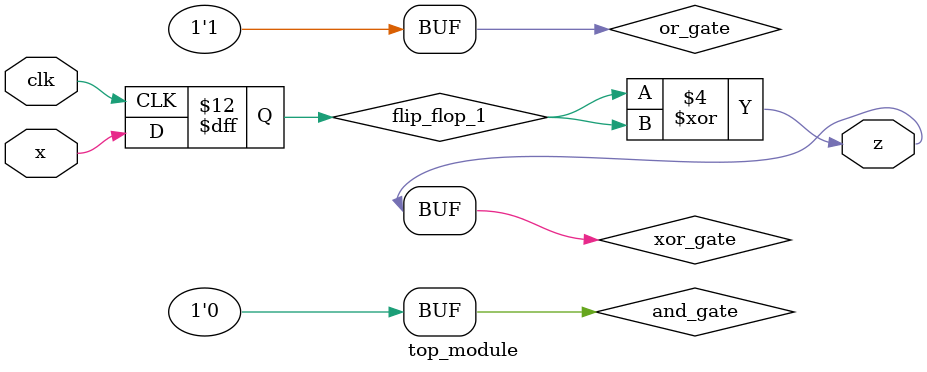
<source format=sv>
module top_module (
	input clk,
	input x,
	output z
);

reg flip_flop_1, flip_flop_2, flip_flop_3;
wire xor_gate, and_gate, or_gate;

assign z = ~(xor_gate ^ and_gate ^ or_gate);

// XOR gate
assign xor_gate = flip_flop_1 ^ flip_flop_1;

// AND gate
assign and_gate = ~flip_flop_2 & flip_flop_2;

// OR gate
assign or_gate = ~flip_flop_3 | flip_flop_3;

// D flip-flops
always @(posedge clk) begin
	flip_flop_1 <= x;
	flip_flop_2 <= ~flip_flop_1;
	flip_flop_3 <= ~flip_flop_2;
end

endmodule

</source>
